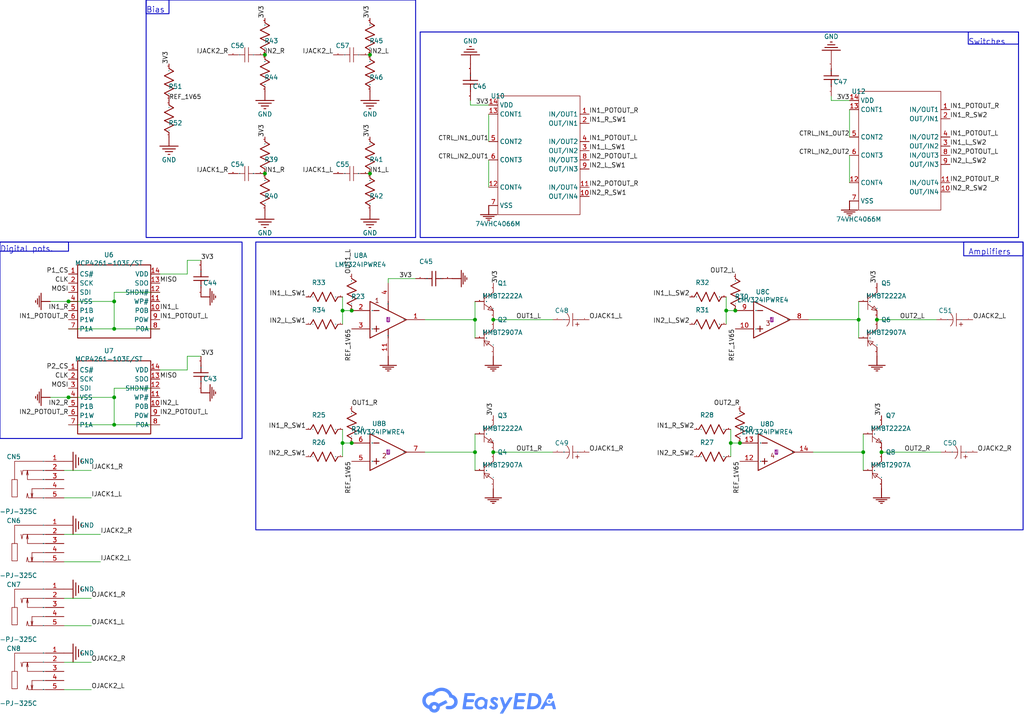
<source format=kicad_sch>
(kicad_sch (version 20250114) (generator "eeschema") (generator_version "9.0")
  (paper "User" 284.734 198.552)
  (rectangle (start 0 67.31) (end 19.05 69.85) (stroke (width 0.254)))
  (rectangle (start 40.64 0) (end 46.99 3.81) (stroke (width 0.254)))
  (rectangle (start 269.24 8.89) (end 283.21 12.2682) (stroke (width 0.254)))
  (rectangle (start 116.84 8.89) (end 283.21 66.04) (stroke (width 0.254)))
  (rectangle (start 267.97 67.31) (end 284.48 71.12) (stroke (width 0.254)))
  (rectangle (start 40.64 0) (end 115.57 66.04) (stroke (width 0.254)))
  (rectangle (start 0 67.31) (end 67.31 121.92) (stroke (width 0.254)))
  (rectangle (start 71.12 67.31) (end 284.48 147.32) (stroke (width 0.254)))
  (text "Amplifiers" (at 269.24 71.12 0) (effects (font (size 1.5748 1.5748)) (justify left bottom)))
  (text "Bias" (at 40.64 3.81 0) (effects (font (size 1.5748 1.5748)) (justify left bottom)))
  (text "Switches" (at 269.24 12.7 0) (effects (font (size 1.5748 1.5748)) (justify left bottom)))
  (text "Digital pots." (at 0 70.3072 0) (effects (font (size 1.5748 1.5748)) (justify left bottom)))
  (junction (at 204.47 86.36))
  (junction (at 73.66 15.24))
  (junction (at 102.87 48.26))
  (junction (at 201.93 86.36))
  (junction (at 203.2 123.19))
  (junction (at 31.75 118.11))
  (junction (at 137.16 88.9))
  (junction (at 97.79 123.19))
  (junction (at 137.16 125.73))
  (junction (at 19.05 83.82))
  (junction (at 31.75 91.44))
  (junction (at 205.74 123.19))
  (junction (at 95.25 86.36))
  (junction (at 132.08 88.9))
  (junction (at 97.79 86.36))
  (junction (at 243.84 88.9))
  (junction (at 102.87 15.24))
  (junction (at 132.08 125.73))
  (junction (at 19.05 110.49))
  (junction (at 73.66 48.26))
  (junction (at 238.76 88.9))
  (junction (at 245.11 125.73))
  (junction (at 240.03 125.73))
  (junction (at 95.25 123.19))
  (junction (at 31.75 110.49))
  (junction (at 31.75 83.82))
  (wire (pts (xy 238.76 93.98) (xy 238.76 88.9)))
  (wire (pts (xy 240.03 125.73) (xy 226.06 125.73)))
  (wire (pts (xy 17.78 148.59) (xy 27.94 148.59)))
  (wire (pts (xy 203.2 119.38) (xy 203.2 123.19)))
  (wire (pts (xy 204.47 86.36) (xy 201.93 86.36)))
  (wire (pts (xy 13.97 83.82) (xy 19.05 83.82)))
  (wire (pts (xy 13.97 110.49) (xy 19.05 110.49)))
  (wire (pts (xy 31.75 83.82) (xy 31.75 91.44)))
  (wire (pts (xy 19.05 83.82) (xy 31.75 83.82)))
  (wire (pts (xy 115.57 77.47) (xy 107.95 77.47)))
  (wire (pts (xy 130.81 27.94) (xy 130.81 29.21)))
  (wire (pts (xy 19.05 91.44) (xy 31.75 91.44)))
  (wire (pts (xy 132.08 125.73) (xy 118.11 125.73)))
  (wire (pts (xy 17.78 191.77) (xy 25.4 191.77)))
  (wire (pts (xy 17.78 173.99) (xy 25.4 173.99)))
  (wire (pts (xy 95.25 123.19) (xy 97.79 123.19)))
  (wire (pts (xy 44.45 118.11) (xy 31.75 118.11)))
  (wire (pts (xy 52.07 72.39) (xy 55.88 72.39)))
  (wire (pts (xy 107.95 77.47) (xy 107.95 78.74)))
  (wire (pts (xy 52.07 76.2) (xy 52.07 72.39)))
  (wire (pts (xy 44.45 76.2) (xy 52.07 76.2)))
  (wire (pts (xy 201.93 82.55) (xy 201.93 86.36)))
  (wire (pts (xy 240.03 120.65) (xy 240.03 125.73)))
  (wire (pts (xy 205.74 123.19) (xy 203.2 123.19)))
  (wire (pts (xy 132.08 93.98) (xy 132.08 88.9)))
  (wire (pts (xy 31.75 110.49) (xy 31.75 107.95)))
  (wire (pts (xy 132.08 120.65) (xy 132.08 125.73)))
  (wire (pts (xy 31.75 110.49) (xy 31.75 118.11)))
  (wire (pts (xy 137.16 125.73) (xy 153.67 125.73)))
  (wire (pts (xy 236.22 27.94) (xy 231.14 27.94)))
  (wire (pts (xy 52.07 102.87) (xy 52.07 99.06)))
  (wire (pts (xy 118.11 88.9) (xy 132.08 88.9)))
  (wire (pts (xy 17.78 184.15) (xy 25.4 184.15)))
  (wire (pts (xy 132.08 83.82) (xy 132.08 88.9)))
  (wire (pts (xy 135.89 31.75) (xy 135.89 39.37)))
  (wire (pts (xy 95.25 123.19) (xy 95.25 119.38)))
  (wire (pts (xy 260.35 88.9) (xy 243.84 88.9)))
  (wire (pts (xy 135.89 44.45) (xy 135.89 52.07)))
  (wire (pts (xy 31.75 83.82) (xy 31.75 81.28)))
  (wire (pts (xy 95.25 82.55) (xy 95.25 86.36)))
  (wire (pts (xy 95.25 86.36) (xy 95.25 90.17)))
  (wire (pts (xy 95.25 127) (xy 95.25 123.19)))
  (wire (pts (xy 97.79 86.36) (xy 95.25 86.36)))
  (wire (pts (xy 130.81 29.21) (xy 135.89 29.21)))
  (wire (pts (xy 203.2 123.19) (xy 203.2 127)))
  (wire (pts (xy 132.08 130.81) (xy 132.08 125.73)))
  (wire (pts (xy 137.16 88.9) (xy 153.67 88.9)))
  (wire (pts (xy 31.75 107.95) (xy 44.45 107.95)))
  (wire (pts (xy 31.75 91.44) (xy 44.45 91.44)))
  (wire (pts (xy 17.78 156.21) (xy 27.94 156.21)))
  (wire (pts (xy 236.22 38.1) (xy 236.22 30.48)))
  (wire (pts (xy 231.14 27.94) (xy 231.14 26.67)))
  (wire (pts (xy 31.75 118.11) (xy 19.05 118.11)))
  (wire (pts (xy 238.76 88.9) (xy 224.79 88.9)))
  (wire (pts (xy 17.78 130.81) (xy 25.4 130.81)))
  (wire (pts (xy 31.75 81.28) (xy 44.45 81.28)))
  (wire (pts (xy 17.78 166.37) (xy 25.4 166.37)))
  (wire (pts (xy 201.93 86.36) (xy 201.93 90.17)))
  (wire (pts (xy 19.05 110.49) (xy 31.75 110.49)))
  (wire (pts (xy 236.22 50.8) (xy 236.22 43.18)))
  (wire (pts (xy 240.03 130.81) (xy 240.03 125.73)))
  (wire (pts (xy 17.78 138.43) (xy 25.4 138.43)))
  (wire (pts (xy 238.76 83.82) (xy 238.76 88.9)))
  (wire (pts (xy 44.45 102.87) (xy 52.07 102.87)))
  (wire (pts (xy 52.07 99.06) (xy 55.88 99.06)))
  (wire (pts (xy 261.62 125.73) (xy 245.11 125.73)))
  (label "OJACK2_R" (at 25.4 184.15 0))
  (label "IN2_L_SW2" (at 191.77 90.17 180))
  (label "IN1_L" (at 102.87 48.26 0))
  (label "IN1_L_SW1" (at 163.83 41.91 0))
  (label "OJACK2_R" (at 271.78 125.73 0))
  (label "IJACK1_R" (at 63.5 48.26 180))
  (label "CTRL_IN1_OUT1" (at 135.89 39.37 180) (effects (font (size 1.2192 1.2192))))
  (label "3V3" (at 73.66 38.1 90) (effects (font (size 1.2192 1.2192))))
  (label "P1_CS" (at 19.05 76.2 180))
  (label "IN2_POTOUT_L" (at 44.45 115.57 0))
  (label "OUT2_R" (at 251.46 125.73 0))
  (label "IN2_R_SW2" (at 193.04 127 180))
  (label "IN1_R_SW1" (at 163.83 34.29 0))
  (label "3V3" (at 236.22 27.94 180) (effects (font (size 1.2192 1.2192))))
  (label "OUT2_L" (at 250.19 88.9 0))
  (label "MOSI" (at 19.05 107.95 180))
  (label "3V3" (at 137.16 115.57 90) (effects (font (size 1.2192 1.2192))))
  (label "IJACK1_R" (at 25.4 130.81 0))
  (label "MISO" (at 44.45 105.41 0))
  (label "IN2_POTOUT_L" (at 163.83 44.45 0))
  (label "OUT1_L" (at 97.79 76.2 90))
  (label "3V3" (at 102.87 5.08 90) (effects (font (size 1.2192 1.2192))))
  (label "IJACK2_L" (at 92.71 15.24 180))
  (label "OJACK2_L" (at 25.4 191.77 0))
  (label "IJACK2_R" (at 63.5 15.24 180))
  (label "IN1_R" (at 19.05 86.36 180))
  (label "3V3" (at 55.88 99.06 0) (effects (font (size 1.2192 1.2192))))
  (label "IN2_R_SW1" (at 163.83 54.61 0))
  (label "REF_1V65" (at 97.79 91.44 270) (effects (font (size 1.2192 1.2192))))
  (label "OJACK2_L" (at 270.51 88.9 0))
  (label "IN1_POTOUT_R" (at 19.05 88.9 180))
  (label "CLK" (at 19.05 78.74 180))
  (label "IN2_R_SW1" (at 85.09 127 180))
  (label "3V3" (at 55.88 72.39 0) (effects (font (size 1.2192 1.2192))))
  (label "MOSI" (at 19.05 81.28 180))
  (label "IN2_POTOUT_L" (at 264.16 43.18 0))
  (label "IN1_L" (at 44.45 86.36 0))
  (label "3V3" (at 137.16 78.74 90) (effects (font (size 1.2192 1.2192))))
  (label "CTRL_IN1_OUT2" (at 236.22 38.1 180) (effects (font (size 1.2192 1.2192))))
  (label "IN2_R" (at 73.66 15.24 0))
  (label "IN2_POTOUT_R" (at 19.05 115.57 180))
  (label "IN1_R_SW2" (at 193.04 119.38 180))
  (label "IN1_POTOUT_L" (at 44.45 88.9 0))
  (label "IN2_L" (at 44.45 113.03 0))
  (label "IN1_R_SW1" (at 85.09 119.38 180))
  (label "OUT1_R" (at 143.51 125.73 0))
  (label "IN1_R_SW2" (at 264.16 33.02 0))
  (label "OJACK1_L" (at 163.83 88.9 0))
  (label "IN2_L" (at 102.87 15.24 0))
  (label "3V3" (at 102.87 38.1 90) (effects (font (size 1.2192 1.2192))))
  (label "REF_1V65" (at 204.47 91.44 270) (effects (font (size 1.2192 1.2192))))
  (label "IN2_R_SW2" (at 264.16 53.34 0))
  (label "OUT2_L" (at 204.47 76.2 180))
  (label "P2_CS" (at 19.05 102.87 180))
  (label "IN2_L_SW1" (at 85.09 90.17 180))
  (label "REF_1V65" (at 97.79 128.27 270) (effects (font (size 1.2192 1.2192))))
  (label "OUT2_R" (at 205.74 113.03 180))
  (label "CLK" (at 19.05 105.41 180))
  (label "OJACK1_L" (at 25.4 173.99 0))
  (label "MISO" (at 44.45 78.74 0))
  (label "IN2_POTOUT_R" (at 264.16 50.8 0))
  (label "CTRL_IN2_OUT1" (at 135.89 44.45 180) (effects (font (size 1.2192 1.2192))))
  (label "IN1_R" (at 73.66 48.26 0))
  (label "3V3" (at 73.66 5.08 90) (effects (font (size 1.2192 1.2192))))
  (label "IN2_L_SW1" (at 163.83 46.99 0))
  (label "IN1_POTOUT_R" (at 264.16 30.48 0))
  (label "IJACK1_L" (at 92.71 48.26 180))
  (label "OUT1_R" (at 97.79 113.03 0))
  (label "OJACK1_R" (at 163.83 125.73 0))
  (label "IN1_POTOUT_L" (at 264.16 38.1 0))
  (label "IJACK2_R" (at 27.94 148.59 0))
  (label "3V3" (at 46.99 17.78 90) (effects (font (size 1.2192 1.2192))))
  (label "IN1_L_SW2" (at 264.16 40.64 0))
  (label "REF_1V65" (at 205.74 128.27 270) (effects (font (size 1.2192 1.2192))))
  (label "OJACK1_R" (at 25.4 166.37 0))
  (label "3V3" (at 245.11 115.57 90) (effects (font (size 1.2192 1.2192))))
  (label "3V3" (at 110.998 77.47 0) (effects (font (size 1.2192 1.2192))))
  (label "IN1_L_SW2" (at 191.77 82.55 180))
  (label "CTRL_IN2_OUT2" (at 236.22 43.18 180) (effects (font (size 1.2192 1.2192))))
  (label "3V3" (at 243.84 78.74 90) (effects (font (size 1.2192 1.2192))))
  (label "IN1_POTOUT_L" (at 163.83 39.37 0))
  (label "IJACK2_L" (at 27.94 156.21 0))
  (label "IN1_POTOUT_R" (at 163.83 31.75 0))
  (label "OUT1_L" (at 143.51 88.9 0))
  (label "REF_1V65" (at 46.99 27.94 0) (effects (font (size 1.2192 1.2192))))
  (label "IN1_L_SW1" (at 85.09 82.55 180))
  (label "IN2_L_SW2" (at 264.16 45.72 0))
  (label "IN2_POTOUT_R" (at 163.83 52.07 0))
  (label "3V3" (at 135.89 29.21 180) (effects (font (size 1.2192 1.2192))))
  (label "IN2_R" (at 19.05 113.03 180))
  (label "IJACK1_L" (at 25.4 138.43 0))
  (symbol (lib_id "EasyEDA-Pr-easyedapro:1k") (at 196.85 82.55 0) (unit 1)
    (property "Reference" "R32" (at 195.326 78.5876 0))
    (property "Value" "1kΩ" (effects (hide yes)))
    (property "Footprint" "EasyEDA-Pr-easyedapro:R0603" (effects (hide yes)))
    (property "Datasheet" "https://item.szlcsc.com/datasheet/0603WAF1001T5E/21904.html" (effects (hide yes)))
    (property "Description" "Type:Thick Film Resistor Resistance:1kΩ Tolerance:±1% Tolerance:±1% Power(Watts):100mW Voltage-Supply(Max):75V Temperature Coefficient:±100ppm/℃ Temperature Coefficient:±100ppm/℃ Operating Temperature:-55℃~+155℃ Operating Temperature:-55℃~+155℃" (effects (hide yes)))
    (property "Manufacturer Part" "0603WAF1001T5E" (effects (hide yes)))
    (property "Manufacturer" "UNI-ROYAL(厚声)" (effects (hide yes)))
    (property "Supplier Part" "C21190" (effects (hide yes)))
    (property "Supplier" "LCSC" (effects (hide yes)))
    (property "LCSC Part Name" "1kΩ ±1% 100mW 厚膜电阻" (effects (hide yes)))
  )
  (symbol (lib_id "EasyEDA-Pr-easyedapro:1k") (at 73.66 53.34 90) (unit 1)
    (property "Reference" "R40" (at 75.438 54.5338 90))
    (property "Value" "10kΩ" (effects (hide yes)))
    (property "Footprint" "EasyEDA-Pr-easyedapro:R0603" (effects (hide yes)))
    (property "Datasheet" "https://atta.szlcsc.com/upload/public/pdf/source/20220513/247AF9639BA21CF93567DC289CCC6A22.pdf" (effects (hide yes)))
    (property "Description" "Type:Thick Film Resistors Resistance: Tolerance:±5% Tolerance:±5% Power(Watts): Overload Voltage (Max): Operating Temperature Range:-55℃~+155℃ Operating Temperature Range:-55℃~+155℃" (effects (hide yes)))
    (property "Manufacturer Part" "SCR0603J10K" (effects (hide yes)))
    (property "Manufacturer" "VO(翔胜)" (effects (hide yes)))
    (property "Supplier Part" "C3017715" (effects (hide yes)))
    (property "Supplier" "LCSC" (effects (hide yes)))
    (property "LCSC Part Name" "厚膜电阻 10kΩ ±5% 100mW" (effects (hide yes)))
  )
  (symbol (lib_id "EasyEDA-Pr-easyedapro:1k") (at 90.17 82.55 0) (unit 1)
    (property "Reference" "R33" (at 88.646 78.5876 0))
    (property "Value" "1kΩ" (effects (hide yes)))
    (property "Footprint" "EasyEDA-Pr-easyedapro:R0603" (effects (hide yes)))
    (property "Datasheet" "https://item.szlcsc.com/datasheet/0603WAF1001T5E/21904.html" (effects (hide yes)))
    (property "Description" "Type:Thick Film Resistor Resistance:1kΩ Tolerance:±1% Tolerance:±1% Power(Watts):100mW Voltage-Supply(Max):75V Temperature Coefficient:±100ppm/℃ Temperature Coefficient:±100ppm/℃ Operating Temperature:-55℃~+155℃ Operating Temperature:-55℃~+155℃" (effects (hide yes)))
    (property "Manufacturer Part" "0603WAF1001T5E" (effects (hide yes)))
    (property "Manufacturer" "UNI-ROYAL(厚声)" (effects (hide yes)))
    (property "Supplier Part" "C21190" (effects (hide yes)))
    (property "Supplier" "LCSC" (effects (hide yes)))
    (property "LCSC Part Name" "1kΩ ±1% 100mW 厚膜电阻" (effects (hide yes)))
  )
  (symbol (lib_id "EasyEDA-Pr-easyedapro:GND") (at 55.88 82.55 90) (unit 1)
    (property "Reference" "#PWR?" (effects (hide yes)))
    (property "Footprint" "EasyEDA-Pr-easyedapro:1-POINT_TEST-POINT" (effects (hide yes)))
  )
  (symbol (lib_id "EasyEDA-Pr-easyedapro:CAP") (at 97.79 48.26 0) (unit 1)
    (property "Reference" "C55" (at 95.25 45.72 0))
    (property "Value" "10uF" (effects (hide yes)))
    (property "Footprint" "EasyEDA-Pr-easyedapro:C0603" (effects (hide yes)))
    (property "Datasheet" "https://item.szlcsc.com/datasheet/C0603B106M007T/8060709.html" (effects (hide yes)))
    (property "Description" "Capacitance:10uF Tolerance:±20% Tolerance:±20% Voltage Rating:6.3V Temperature Coefficient:X5R" (effects (hide yes)))
    (property "Manufacturer Part" "C0603B106M007T" (effects (hide yes)))
    (property "Manufacturer" "IHHEC(禾伸堂)" (effects (hide yes)))
    (property "Supplier Part" "C7094065" (effects (hide yes)))
    (property "Supplier" "LCSC" (effects (hide yes)))
    (property "LCSC Part Name" "10uF ±20% 6.3V" (effects (hide yes)))
  )
  (symbol (lib_id "EasyEDA-Pr-easyedapro:Ground-GND") (at 231.14 16.51 180) (unit 1)
    (property "Reference" "#PWR?" (effects (hide yes)))
    (property "Value" "GND" (at 231.14 10.16 0))
    (property "Footprint" "EasyEDA-Pr-easyedapro:" (effects (hide yes)))
  )
  (symbol (lib_id "EasyEDA-Pr-easyedapro:1k") (at 198.12 127 0) (unit 1)
    (property "Reference" "R27" (at 196.596 123.0376 0))
    (property "Value" "1kΩ" (effects (hide yes)))
    (property "Footprint" "EasyEDA-Pr-easyedapro:R0603" (effects (hide yes)))
    (property "Datasheet" "https://item.szlcsc.com/datasheet/0603WAF1001T5E/21904.html" (effects (hide yes)))
    (property "Description" "Type:Thick Film Resistor Resistance:1kΩ Tolerance:±1% Tolerance:±1% Power(Watts):100mW Voltage-Supply(Max):75V Temperature Coefficient:±100ppm/℃ Temperature Coefficient:±100ppm/℃ Operating Temperature:-55℃~+155℃ Operating Temperature:-55℃~+155℃" (effects (hide yes)))
    (property "Manufacturer Part" "0603WAF1001T5E" (effects (hide yes)))
    (property "Manufacturer" "UNI-ROYAL(厚声)" (effects (hide yes)))
    (property "Supplier Part" "C21190" (effects (hide yes)))
    (property "Supplier" "LCSC" (effects (hide yes)))
    (property "LCSC Part Name" "1kΩ ±1% 100mW 厚膜电阻" (effects (hide yes)))
  )
  (symbol (lib_id "EasyEDA-Pr-easyedapro:Ground-GND") (at 102.87 58.42 0) (unit 1)
    (property "Reference" "#PWR?" (effects (hide yes)))
    (property "Value" "GND" (at 102.87 64.77 0))
    (property "Footprint" "EasyEDA-Pr-easyedapro:" (effects (hide yes)))
  )
  (symbol (lib_id "EasyEDA-Pr-easyedapro:Drawing-Symbol_A4") (at -7.62 201.93 0) (unit 1)
    (property "Reference" "?" (at -7.62 201.93 0))
    (property "Footprint" "EasyEDA-Pr-easyedapro:" (effects (hide yes)))
    (property "@Board Name" "Board1" (at -7.62 201.93 0))
    (property "@Create Date" "2025-12-26" (at -7.62 201.93 0))
    (property "@Create Time" "18:24:20" (at -7.62 201.93 0))
    (property "@Page Count" "3" (at -7.62 201.93 0))
    (property "@Page Name" "Audio" (at -7.62 201.93 0))
    (property "@Page No" "3" (at -7.62 201.93 0))
    (property "@Project Name" "FurModularity 2" (at -7.62 201.93 0))
    (property "@Schematic Name" "Schematic1" (at -7.62 201.93 0))
    (property "@Update Date" "2025-12-27" (at -7.62 201.93 0))
    (property "@Update Time" "12:14:48" (at -7.62 201.93 0))
    (property "Blade Width" "10" (at -7.62 201.93 0))
    (property "Border" "1" (at -7.62 201.93 0))
    (property "Company" "EasyEDA.com" (at -7.62 201.93 0))
    (property "Height" "825" (at -7.62 201.93 0))
    (property "Page Size" "A4" (at -7.62 201.93 0))
    (property "Region Start" "1" (at -7.62 201.93 0))
    (property "Title Block" "1" (at -7.62 201.93 0))
    (property "Title Block Position" "3" (at -7.62 201.93 0))
    (property "Version" "V1.0" (at -7.62 201.93 0))
    (property "Width" "1170" (at -7.62 201.93 0))
    (property "X Region Count" "6" (at -7.62 201.93 0))
    (property "Y Region Count" "4" (at -7.62 201.93 0))
  )
  (symbol (lib_id "EasyEDA-Pr-easyedapro:LMV324IPWRE4") (at 107.95 125.73 0) (unit 2)
    (property "Reference" "U8" (at 105.4354 117.8052 0))
    (property "Value" "LMV324IPWRE4" (at 105.4354 120.1166 0))
    (property "Footprint" "EasyEDA-Pr-easyedapro:TSSOP-14_L5.0-W4.4-P0.65-LS6.4-BL" (effects (hide yes)))
    (property "Manufacturer Part" "LMV324IPWRE4" (effects (hide yes)))
    (property "Manufacturer" "TI(德州仪器)" (effects (hide yes)))
    (property "Supplier Part" "C4366614" (effects (hide yes)))
    (property "Supplier" "LCSC" (effects (hide yes)))
    (property "Origin Footprint" "TSSOP-14_L5.0-W4.4-P0.65-LS6.4-BL" (at 63.5 288.798 0))
    (property "spicePre" "U" (at 107.95 125.73 0))
    (property "spiceSymbolName" "LMV324IPWRE4" (at 62.992 272.796 0))
    (property "subpart_no" "1" (at 107.95 125.73 0))
  )
  (symbol (lib_id "EasyEDA-Pr-easyedapro:MMBT2222A_C42441802") (at 243.84 83.82 0) (unit 1)
    (property "Reference" "Q5" (at 246.38 78.74 0))
    (property "Value" "MMBT2222A" (at 246.38 82.296 0))
    (property "Footprint" "EasyEDA-Pr-easyedapro:SOT-23-3_L2.9-W1.6-P1.90-LS2.8-BR" (effects (hide yes)))
    (property "Datasheet" "https://item.szlcsc.com/datasheet/MMBT2222A/44491127.html" (effects (hide yes)))
    (property "Description" "type:NPN Current - Collector(Ic):600mA Collector - Emitter Voltage VCEO:40V Pd - Power Dissipation:250mW DC Current Gain:300@150mA,10V DC Current Gain:300@150mA,10V Transition frequency(fT):150MHz Current - Collector Cutoff:10nA Vce Saturation(VCE(sat)):1" (effects (hide yes)))
    (property "Manufacturer Part" "MMBT2222A" (effects (hide yes)))
    (property "Manufacturer" "TDSEMIC(拓电半导体)" (effects (hide yes)))
    (property "Supplier Part" "C42441802" (effects (hide yes)))
    (property "Supplier" "LCSC" (effects (hide yes)))
    (property "LCSC Part Name" "NPN 电流:0.6A 电压:40V" (effects (hide yes)))
  )
  (symbol (lib_id "EasyEDA-Pr-easyedapro:KH-PJ-325C") (at 11.43 186.69 0) (unit 1)
    (property "Reference" "CN8" (at 3.81 180.34 0))
    (property "Value" "KH-PJ-325C" (at 3.81 195.58 0))
    (property "Footprint" "EasyEDA-Pr-easyedapro:AUDIO-TH_KH-PJ-325C" (effects (hide yes)))
    (property "Datasheet" "https://item.szlcsc.com/datasheet/KH-PJ-325C/5715552.html" (effects (hide yes)))
    (property "Description" "Connector Type:3.5mm Headphone Jack Contact Material:Brass；Bronze Contact Plating:Gold；Tin" (effects (hide yes)))
    (property "Manufacturer Part" "KH-PJ-325C" (effects (hide yes)))
    (property "Manufacturer" "kinghelm(金航标)" (effects (hide yes)))
    (property "Supplier Part" "C5123138" (effects (hide yes)))
    (property "Supplier" "LCSC" (effects (hide yes)))
    (property "LCSC Part Name" "3.5mm耳机座" (effects (hide yes)))
  )
  (symbol (lib_id "EasyEDA-Pr-easyedapro:0.1u") (at 55.88 104.14 90) (unit 1)
    (property "Reference" "C43" (at 58.42 105.3338 90))
    (property "Value" "100nF" (effects (hide yes)))
    (property "Footprint" "EasyEDA-Pr-easyedapro:C0603" (effects (hide yes)))
    (property "Datasheet" "https://item.szlcsc.com/datasheet/CC0603KRX7R9BB104/15331.html" (effects (hide yes)))
    (property "Description" "Capacitance:100nF Tolerance:±10% Tolerance:±10% Voltage Rating:50V Temperature Coefficient:X7R" (effects (hide yes)))
    (property "Manufacturer Part" "CC0603KRX7R9BB104" (effects (hide yes)))
    (property "Manufacturer" "YAGEO(国巨)" (effects (hide yes)))
    (property "Supplier Part" "C14663" (effects (hide yes)))
    (property "Supplier" "LCSC" (effects (hide yes)))
    (property "LCSC Part Name" "100nF ±10% 50V" (effects (hide yes)))
  )
  (symbol (lib_id "EasyEDA-Pr-easyedapro:GND") (at 107.95 99.06 0) (unit 1)
    (property "Reference" "#PWR?" (effects (hide yes)))
    (property "Footprint" "EasyEDA-Pr-easyedapro:1-POINT_TEST-POINT" (effects (hide yes)))
  )
  (symbol (lib_id "EasyEDA-Pr-easyedapro:MMBT2222A_C42441802") (at 137.16 120.65 0) (unit 1)
    (property "Reference" "Q3" (at 139.7 115.57 0))
    (property "Value" "MMBT2222A" (at 139.7 119.126 0))
    (property "Footprint" "EasyEDA-Pr-easyedapro:SOT-23-3_L2.9-W1.6-P1.90-LS2.8-BR" (effects (hide yes)))
    (property "Datasheet" "https://item.szlcsc.com/datasheet/MMBT2222A/44491127.html" (effects (hide yes)))
    (property "Description" "type:NPN Current - Collector(Ic):600mA Collector - Emitter Voltage VCEO:40V Pd - Power Dissipation:250mW DC Current Gain:300@150mA,10V DC Current Gain:300@150mA,10V Transition frequency(fT):150MHz Current - Collector Cutoff:10nA Vce Saturation(VCE(sat)):1" (effects (hide yes)))
    (property "Manufacturer Part" "MMBT2222A" (effects (hide yes)))
    (property "Manufacturer" "TDSEMIC(拓电半导体)" (effects (hide yes)))
    (property "Supplier Part" "C42441802" (effects (hide yes)))
    (property "Supplier" "LCSC" (effects (hide yes)))
    (property "LCSC Part Name" "NPN 电流:0.6A 电压:40V" (effects (hide yes)))
  )
  (symbol (lib_id "EasyEDA-Pr-easyedapro:GND") (at 243.84 99.06 0) (unit 1)
    (property "Reference" "#PWR?" (effects (hide yes)))
    (property "Footprint" "EasyEDA-Pr-easyedapro:1-POINT_TEST-POINT" (effects (hide yes)))
  )
  (symbol (lib_id "EasyEDA-Pr-easyedapro:1k") (at 102.87 43.18 90) (unit 1)
    (property "Reference" "R41" (at 104.648 44.3738 90))
    (property "Value" "10kΩ" (effects (hide yes)))
    (property "Footprint" "EasyEDA-Pr-easyedapro:R0603" (effects (hide yes)))
    (property "Datasheet" "https://atta.szlcsc.com/upload/public/pdf/source/20220513/247AF9639BA21CF93567DC289CCC6A22.pdf" (effects (hide yes)))
    (property "Description" "Type:Thick Film Resistors Resistance: Tolerance:±5% Tolerance:±5% Power(Watts): Overload Voltage (Max): Operating Temperature Range:-55℃~+155℃ Operating Temperature Range:-55℃~+155℃" (effects (hide yes)))
    (property "Manufacturer Part" "SCR0603J10K" (effects (hide yes)))
    (property "Manufacturer" "VO(翔胜)" (effects (hide yes)))
    (property "Supplier Part" "C3017715" (effects (hide yes)))
    (property "Supplier" "LCSC" (effects (hide yes)))
    (property "LCSC Part Name" "厚膜电阻 10kΩ ±5% 100mW" (effects (hide yes)))
  )
  (symbol (lib_id "EasyEDA-Pr-easyedapro:CA45-D-6.3V-470UF-K") (at 158.75 88.9 180) (unit 1)
    (property "Reference" "C48" (at 156.21 86.36 0))
    (property "Value" "470uF" (effects (hide yes)))
    (property "Footprint" "EasyEDA-Pr-easyedapro:CAP-SMD_L7.3-W4.3-FD" (effects (hide yes)))
    (property "Datasheet" "https://item.szlcsc.com/datasheet/CA45-D-6.3V-470UF-K/3022817.html" (effects (hide yes)))
    (property "Description" "Capacitance:470uF Tolerance:±10% Tolerance:±10% Voltage Rating:6.3V Current - Leakage:29.6uA Operating Temperature:-55℃~+125℃ Operating Temperature:-55℃~+125℃" (effects (hide yes)))
    (property "Manufacturer Part" "CA45-D-6.3V-470UF-K" (effects (hide yes)))
    (property "Manufacturer" "CEC(振华新云)" (effects (hide yes)))
    (property "Supplier Part" "C2841148" (effects (hide yes)))
    (property "Supplier" "LCSC" (effects (hide yes)))
    (property "LCSC Part Name" "470uF ±10% 6.3V" (effects (hide yes)))
  )
  (symbol (lib_id "EasyEDA-Pr-easyedapro:Ground-GND") (at 73.66 58.42 0) (unit 1)
    (property "Reference" "#PWR?" (effects (hide yes)))
    (property "Value" "GND" (at 73.66 64.77 0))
    (property "Footprint" "EasyEDA-Pr-easyedapro:" (effects (hide yes)))
  )
  (symbol (lib_id "EasyEDA-Pr-easyedapro:1k") (at 46.99 33.02 90) (unit 1)
    (property "Reference" "R52" (at 48.768 34.2138 90))
    (property "Value" "1kΩ" (effects (hide yes)))
    (property "Footprint" "EasyEDA-Pr-easyedapro:R0603" (effects (hide yes)))
    (property "Datasheet" "https://item.szlcsc.com/datasheet/0603WAF1001T5E/21904.html" (effects (hide yes)))
    (property "Description" "Type:Thick Film Resistor Resistance:1kΩ Tolerance:±1% Tolerance:±1% Power(Watts):100mW Voltage-Supply(Max):75V Temperature Coefficient:±100ppm/℃ Temperature Coefficient:±100ppm/℃ Operating Temperature:-55℃~+155℃ Operating Temperature:-55℃~+155℃" (effects (hide yes)))
    (property "Manufacturer Part" "0603WAF1001T5E" (effects (hide yes)))
    (property "Manufacturer" "UNI-ROYAL(厚声)" (effects (hide yes)))
    (property "Supplier Part" "C21190" (effects (hide yes)))
    (property "Supplier" "LCSC" (effects (hide yes)))
    (property "LCSC Part Name" "1kΩ ±1% 100mW 厚膜电阻" (effects (hide yes)))
  )
  (symbol (lib_id "EasyEDA-Pr-easyedapro:Ground-GND") (at 102.87 25.4 0) (unit 1)
    (property "Reference" "#PWR?" (effects (hide yes)))
    (property "Value" "GND" (at 102.87 31.75 0))
    (property "Footprint" "EasyEDA-Pr-easyedapro:" (effects (hide yes)))
  )
  (symbol (lib_id "EasyEDA-Pr-easyedapro:Ground-GND") (at 73.66 25.4 0) (unit 1)
    (property "Reference" "#PWR?" (effects (hide yes)))
    (property "Value" "GND" (at 73.66 31.75 0))
    (property "Footprint" "EasyEDA-Pr-easyedapro:" (effects (hide yes)))
  )
  (symbol (lib_id "EasyEDA-Pr-easyedapro:MMBT2222A_C42441802") (at 137.16 83.82 0) (unit 1)
    (property "Reference" "Q1" (at 139.7 78.74 0))
    (property "Value" "MMBT2222A" (at 139.7 82.296 0))
    (property "Footprint" "EasyEDA-Pr-easyedapro:SOT-23-3_L2.9-W1.6-P1.90-LS2.8-BR" (effects (hide yes)))
    (property "Datasheet" "https://item.szlcsc.com/datasheet/MMBT2222A/44491127.html" (effects (hide yes)))
    (property "Description" "type:NPN Current - Collector(Ic):600mA Collector - Emitter Voltage VCEO:40V Pd - Power Dissipation:250mW DC Current Gain:300@150mA,10V DC Current Gain:300@150mA,10V Transition frequency(fT):150MHz Current - Collector Cutoff:10nA Vce Saturation(VCE(sat)):1" (effects (hide yes)))
    (property "Manufacturer Part" "MMBT2222A" (effects (hide yes)))
    (property "Manufacturer" "TDSEMIC(拓电半导体)" (effects (hide yes)))
    (property "Supplier Part" "C42441802" (effects (hide yes)))
    (property "Supplier" "LCSC" (effects (hide yes)))
    (property "LCSC Part Name" "NPN 电流:0.6A 电压:40V" (effects (hide yes)))
  )
  (symbol (lib_id "EasyEDA-Pr-easyedapro:CA45-D-6.3V-470UF-K") (at 266.7 125.73 180) (unit 1)
    (property "Reference" "C50" (at 264.16 123.19 0))
    (property "Value" "470uF" (effects (hide yes)))
    (property "Footprint" "EasyEDA-Pr-easyedapro:CAP-SMD_L7.3-W4.3-FD" (effects (hide yes)))
    (property "Datasheet" "https://item.szlcsc.com/datasheet/CA45-D-6.3V-470UF-K/3022817.html" (effects (hide yes)))
    (property "Description" "Capacitance:470uF Tolerance:±10% Tolerance:±10% Voltage Rating:6.3V Current - Leakage:29.6uA Operating Temperature:-55℃~+125℃ Operating Temperature:-55℃~+125℃" (effects (hide yes)))
    (property "Manufacturer Part" "CA45-D-6.3V-470UF-K" (effects (hide yes)))
    (property "Manufacturer" "CEC(振华新云)" (effects (hide yes)))
    (property "Supplier Part" "C2841148" (effects (hide yes)))
    (property "Supplier" "LCSC" (effects (hide yes)))
    (property "LCSC Part Name" "470uF ±10% 6.3V" (effects (hide yes)))
  )
  (symbol (lib_id "EasyEDA-Pr-easyedapro:10uF") (at 130.81 22.86 90) (unit 1)
    (property "Reference" "C46" (at 133.35 24.0284 90))
    (property "Value" "10uF" (effects (hide yes)))
    (property "Footprint" "EasyEDA-Pr-easyedapro:C0603" (effects (hide yes)))
    (property "Datasheet" "https://item.szlcsc.com/datasheet/C0603B106M007T/8060709.html" (effects (hide yes)))
    (property "Description" "Capacitance:10uF Tolerance:±20% Tolerance:±20% Voltage Rating:6.3V Temperature Coefficient:X5R" (effects (hide yes)))
    (property "Manufacturer Part" "C0603B106M007T" (effects (hide yes)))
    (property "Manufacturer" "IHHEC(禾伸堂)" (effects (hide yes)))
    (property "Supplier Part" "C7094065" (effects (hide yes)))
    (property "Supplier" "LCSC" (effects (hide yes)))
    (property "LCSC Part Name" "10uF ±20% 6.3V" (effects (hide yes)))
  )
  (symbol (lib_id "EasyEDA-Pr-easyedapro:1k") (at 204.47 81.28 90) (unit 1)
    (property "Reference" "R30" (at 206.248 82.4738 90))
    (property "Value" "1kΩ" (effects (hide yes)))
    (property "Footprint" "EasyEDA-Pr-easyedapro:R0603" (effects (hide yes)))
    (property "Datasheet" "https://item.szlcsc.com/datasheet/0603WAF1001T5E/21904.html" (effects (hide yes)))
    (property "Description" "Type:Thick Film Resistor Resistance:1kΩ Tolerance:±1% Tolerance:±1% Power(Watts):100mW Voltage-Supply(Max):75V Temperature Coefficient:±100ppm/℃ Temperature Coefficient:±100ppm/℃ Operating Temperature:-55℃~+155℃ Operating Temperature:-55℃~+155℃" (effects (hide yes)))
    (property "Manufacturer Part" "0603WAF1001T5E" (effects (hide yes)))
    (property "Manufacturer" "UNI-ROYAL(厚声)" (effects (hide yes)))
    (property "Supplier Part" "C21190" (effects (hide yes)))
    (property "Supplier" "LCSC" (effects (hide yes)))
    (property "LCSC Part Name" "1kΩ ±1% 100mW 厚膜电阻" (effects (hide yes)))
  )
  (symbol (lib_id "EasyEDA-Pr-easyedapro:CAP") (at 97.79 15.24 0) (unit 1)
    (property "Reference" "C57" (at 95.25 12.7 0))
    (property "Value" "10uF" (effects (hide yes)))
    (property "Footprint" "EasyEDA-Pr-easyedapro:C0603" (effects (hide yes)))
    (property "Datasheet" "https://item.szlcsc.com/datasheet/C0603B106M007T/8060709.html" (effects (hide yes)))
    (property "Description" "Capacitance:10uF Tolerance:±20% Tolerance:±20% Voltage Rating:6.3V Temperature Coefficient:X5R" (effects (hide yes)))
    (property "Manufacturer Part" "C0603B106M007T" (effects (hide yes)))
    (property "Manufacturer" "IHHEC(禾伸堂)" (effects (hide yes)))
    (property "Supplier Part" "C7094065" (effects (hide yes)))
    (property "Supplier" "LCSC" (effects (hide yes)))
    (property "LCSC Part Name" "10uF ±20% 6.3V" (effects (hide yes)))
  )
  (symbol (lib_id "EasyEDA-Pr-easyedapro:1k") (at 198.12 119.38 0) (unit 1)
    (property "Reference" "R28" (at 196.596 115.4176 0))
    (property "Value" "1kΩ" (effects (hide yes)))
    (property "Footprint" "EasyEDA-Pr-easyedapro:R0603" (effects (hide yes)))
    (property "Datasheet" "https://item.szlcsc.com/datasheet/0603WAF1001T5E/21904.html" (effects (hide yes)))
    (property "Description" "Type:Thick Film Resistor Resistance:1kΩ Tolerance:±1% Tolerance:±1% Power(Watts):100mW Voltage-Supply(Max):75V Temperature Coefficient:±100ppm/℃ Temperature Coefficient:±100ppm/℃ Operating Temperature:-55℃~+155℃ Operating Temperature:-55℃~+155℃" (effects (hide yes)))
    (property "Manufacturer Part" "0603WAF1001T5E" (effects (hide yes)))
    (property "Manufacturer" "UNI-ROYAL(厚声)" (effects (hide yes)))
    (property "Supplier Part" "C21190" (effects (hide yes)))
    (property "Supplier" "LCSC" (effects (hide yes)))
    (property "LCSC Part Name" "1kΩ ±1% 100mW 厚膜电阻" (effects (hide yes)))
  )
  (symbol (lib_id "EasyEDA-Pr-easyedapro:Ground-GND") (at 17.78 146.05 90) (unit 1)
    (property "Reference" "#PWR?" (effects (hide yes)))
    (property "Value" "GND" (at 24.13 146.05 90))
    (property "Footprint" "EasyEDA-Pr-easyedapro:" (effects (hide yes)))
  )
  (symbol (lib_id "EasyEDA-Pr-easyedapro:1k") (at 90.17 90.17 0) (unit 1)
    (property "Reference" "R34" (at 88.646 86.2076 0))
    (property "Value" "1kΩ" (effects (hide yes)))
    (property "Footprint" "EasyEDA-Pr-easyedapro:R0603" (effects (hide yes)))
    (property "Datasheet" "https://item.szlcsc.com/datasheet/0603WAF1001T5E/21904.html" (effects (hide yes)))
    (property "Description" "Type:Thick Film Resistor Resistance:1kΩ Tolerance:±1% Tolerance:±1% Power(Watts):100mW Voltage-Supply(Max):75V Temperature Coefficient:±100ppm/℃ Temperature Coefficient:±100ppm/℃ Operating Temperature:-55℃~+155℃ Operating Temperature:-55℃~+155℃" (effects (hide yes)))
    (property "Manufacturer Part" "0603WAF1001T5E" (effects (hide yes)))
    (property "Manufacturer" "UNI-ROYAL(厚声)" (effects (hide yes)))
    (property "Supplier Part" "C21190" (effects (hide yes)))
    (property "Supplier" "LCSC" (effects (hide yes)))
    (property "LCSC Part Name" "1kΩ ±1% 100mW 厚膜电阻" (effects (hide yes)))
  )
  (symbol (lib_id "EasyEDA-Pr-easyedapro:KH-PJ-325C") (at 11.43 168.91 0) (unit 1)
    (property "Reference" "CN7" (at 3.81 162.56 0))
    (property "Value" "KH-PJ-325C" (at 3.81 177.8 0))
    (property "Footprint" "EasyEDA-Pr-easyedapro:AUDIO-TH_KH-PJ-325C" (effects (hide yes)))
    (property "Datasheet" "https://item.szlcsc.com/datasheet/KH-PJ-325C/5715552.html" (effects (hide yes)))
    (property "Description" "Connector Type:3.5mm Headphone Jack Contact Material:Brass；Bronze Contact Plating:Gold；Tin" (effects (hide yes)))
    (property "Manufacturer Part" "KH-PJ-325C" (effects (hide yes)))
    (property "Manufacturer" "kinghelm(金航标)" (effects (hide yes)))
    (property "Supplier Part" "C5123138" (effects (hide yes)))
    (property "Supplier" "LCSC" (effects (hide yes)))
    (property "LCSC Part Name" "3.5mm耳机座" (effects (hide yes)))
  )
  (symbol (lib_id "EasyEDA-Pr-easyedapro:1k") (at 73.66 43.18 90) (unit 1)
    (property "Reference" "R39" (at 75.438 44.3738 90))
    (property "Value" "10kΩ" (effects (hide yes)))
    (property "Footprint" "EasyEDA-Pr-easyedapro:R0603" (effects (hide yes)))
    (property "Datasheet" "https://atta.szlcsc.com/upload/public/pdf/source/20220513/247AF9639BA21CF93567DC289CCC6A22.pdf" (effects (hide yes)))
    (property "Description" "Type:Thick Film Resistors Resistance: Tolerance:±5% Tolerance:±5% Power(Watts): Overload Voltage (Max): Operating Temperature Range:-55℃~+155℃ Operating Temperature Range:-55℃~+155℃" (effects (hide yes)))
    (property "Manufacturer Part" "SCR0603J10K" (effects (hide yes)))
    (property "Manufacturer" "VO(翔胜)" (effects (hide yes)))
    (property "Supplier Part" "C3017715" (effects (hide yes)))
    (property "Supplier" "LCSC" (effects (hide yes)))
    (property "LCSC Part Name" "厚膜电阻 10kΩ ±5% 100mW" (effects (hide yes)))
  )
  (symbol (lib_id "EasyEDA-Pr-easyedapro:CAP") (at 68.58 15.24 0) (unit 1)
    (property "Reference" "C56" (at 66.04 12.7 0))
    (property "Value" "10uF" (effects (hide yes)))
    (property "Footprint" "EasyEDA-Pr-easyedapro:C0603" (effects (hide yes)))
    (property "Datasheet" "https://item.szlcsc.com/datasheet/C0603B106M007T/8060709.html" (effects (hide yes)))
    (property "Description" "Capacitance:10uF Tolerance:±20% Tolerance:±20% Voltage Rating:6.3V Temperature Coefficient:X5R" (effects (hide yes)))
    (property "Manufacturer Part" "C0603B106M007T" (effects (hide yes)))
    (property "Manufacturer" "IHHEC(禾伸堂)" (effects (hide yes)))
    (property "Supplier Part" "C7094065" (effects (hide yes)))
    (property "Supplier" "LCSC" (effects (hide yes)))
    (property "LCSC Part Name" "10uF ±20% 6.3V" (effects (hide yes)))
  )
  (symbol (lib_id "EasyEDA-Pr-easyedapro:LMV324IPWRE4") (at 107.95 88.9 0) (unit 1)
    (property "Reference" "U8" (at 100.2538 71.0438 0))
    (property "Value" "LMV324IPWRE4" (at 100.2538 73.5838 0))
    (property "Footprint" "EasyEDA-Pr-easyedapro:TSSOP-14_L5.0-W4.4-P0.65-LS6.4-BL" (effects (hide yes)))
    (property "Manufacturer Part" "LMV324IPWRE4" (effects (hide yes)))
    (property "Manufacturer" "TI(德州仪器)" (effects (hide yes)))
    (property "Supplier Part" "C4366614" (effects (hide yes)))
    (property "Supplier" "LCSC" (effects (hide yes)))
    (property "Origin Footprint" "TSSOP-14_L5.0-W4.4-P0.65-LS6.4-BL" (at 62.992 235.966 0))
    (property "spicePre" "U" (at 107.95 88.9 0))
    (property "spiceSymbolName" "LMV324IPWRE4" (at 62.992 235.966 0))
    (property "subpart_no" "1" (at 107.95 88.9 0))
  )
  (symbol (lib_id "EasyEDA-Pr-easyedapro:Ground-GND") (at 46.99 38.1 0) (unit 1)
    (property "Reference" "#PWR?" (effects (hide yes)))
    (property "Value" "GND" (at 46.99 44.45 0))
    (property "Footprint" "EasyEDA-Pr-easyedapro:" (effects (hide yes)))
  )
  (symbol (lib_id "EasyEDA-Pr-easyedapro:0.1u") (at 55.88 77.47 90) (unit 1)
    (property "Reference" "C44" (at 58.42 78.6638 90))
    (property "Value" "100nF" (effects (hide yes)))
    (property "Footprint" "EasyEDA-Pr-easyedapro:C0603" (effects (hide yes)))
    (property "Datasheet" "https://item.szlcsc.com/datasheet/CC0603KRX7R9BB104/15331.html" (effects (hide yes)))
    (property "Description" "Capacitance:100nF Tolerance:±10% Tolerance:±10% Voltage Rating:50V Temperature Coefficient:X7R" (effects (hide yes)))
    (property "Manufacturer Part" "CC0603KRX7R9BB104" (effects (hide yes)))
    (property "Manufacturer" "YAGEO(国巨)" (effects (hide yes)))
    (property "Supplier Part" "C14663" (effects (hide yes)))
    (property "Supplier" "LCSC" (effects (hide yes)))
    (property "LCSC Part Name" "100nF ±10% 50V" (effects (hide yes)))
  )
  (symbol (lib_id "EasyEDA-Pr-easyedapro:GND") (at 135.89 57.15 0) (unit 1)
    (property "Reference" "#PWR?" (effects (hide yes)))
    (property "Footprint" "EasyEDA-Pr-easyedapro:1-POINT_TEST-POINT" (effects (hide yes)))
  )
  (symbol (lib_id "EasyEDA-Pr-easyedapro:CA45-D-6.3V-470UF-K") (at 265.43 88.9 180) (unit 1)
    (property "Reference" "C51" (at 262.89 86.36 0))
    (property "Value" "470uF" (effects (hide yes)))
    (property "Footprint" "EasyEDA-Pr-easyedapro:CAP-SMD_L7.3-W4.3-FD" (effects (hide yes)))
    (property "Datasheet" "https://item.szlcsc.com/datasheet/CA45-D-6.3V-470UF-K/3022817.html" (effects (hide yes)))
    (property "Description" "Capacitance:470uF Tolerance:±10% Tolerance:±10% Voltage Rating:6.3V Current - Leakage:29.6uA Operating Temperature:-55℃~+125℃ Operating Temperature:-55℃~+125℃" (effects (hide yes)))
    (property "Manufacturer Part" "CA45-D-6.3V-470UF-K" (effects (hide yes)))
    (property "Manufacturer" "CEC(振华新云)" (effects (hide yes)))
    (property "Supplier Part" "C2841148" (effects (hide yes)))
    (property "Supplier" "LCSC" (effects (hide yes)))
    (property "LCSC Part Name" "470uF ±10% 6.3V" (effects (hide yes)))
  )
  (symbol (lib_id "EasyEDA-Pr-easyedapro:0.1u") (at 120.65 77.47 180) (unit 1)
    (property "Reference" "C45" (at 118.4656 72.7456 0))
    (property "Value" "100nF" (effects (hide yes)))
    (property "Footprint" "EasyEDA-Pr-easyedapro:C0603" (effects (hide yes)))
    (property "Datasheet" "https://item.szlcsc.com/datasheet/CC0603KRX7R9BB104/15331.html" (effects (hide yes)))
    (property "Description" "Capacitance:100nF Tolerance:±10% Tolerance:±10% Voltage Rating:50V Temperature Coefficient:X7R" (effects (hide yes)))
    (property "Manufacturer Part" "CC0603KRX7R9BB104" (effects (hide yes)))
    (property "Manufacturer" "YAGEO(国巨)" (effects (hide yes)))
    (property "Supplier Part" "C14663" (effects (hide yes)))
    (property "Supplier" "LCSC" (effects (hide yes)))
    (property "LCSC Part Name" "100nF ±10% 50V" (effects (hide yes)))
  )
  (symbol (lib_id "EasyEDA-Pr-easyedapro:MMBT2907A_C7420352") (at 241.3 93.98 0) (unit 1)
    (property "Reference" "Q6" (at 246.38 88.9 0))
    (property "Value" "MMBT2907A" (at 246.38 92.456 0))
    (property "Footprint" "EasyEDA-Pr-easyedapro:SOT-23-3_L2.9-W1.3-P1.90-LS2.4-BR" (effects (hide yes)))
    (property "Datasheet" "https://item.szlcsc.com/datasheet/MMBT2907A/8397174.html" (effects (hide yes)))
    (property "Description" "type:- Current - Collector(Ic):600mA Collector - Emitter Voltage VCEO:60V Pd - Power Dissipation:250mW DC Current Gain:100@10mA,10V DC Current Gain:100@10mA,10V Transition frequency(fT):200MHz Current - Collector Cutoff:100nA Vce Saturation(VCE(sat)):400m" (effects (hide yes)))
    (property "Manufacturer Part" "MMBT2907A" (effects (hide yes)))
    (property "Manufacturer" "R+O(宏嘉诚)" (effects (hide yes)))
    (property "Supplier Part" "C7420352" (effects (hide yes)))
    (property "Supplier" "LCSC" (effects (hide yes)))
    (property "LCSC Part Name" "电流:600mA 电压:60V" (effects (hide yes)))
  )
  (symbol (lib_id "EasyEDA-Pr-easyedapro:KH-PJ-325C") (at 11.43 133.35 0) (unit 1)
    (property "Reference" "CN5" (at 3.81 127 0))
    (property "Value" "KH-PJ-325C" (at 3.81 142.24 0))
    (property "Footprint" "EasyEDA-Pr-easyedapro:AUDIO-TH_KH-PJ-325C" (effects (hide yes)))
    (property "Datasheet" "https://item.szlcsc.com/datasheet/KH-PJ-325C/5715552.html" (effects (hide yes)))
    (property "Description" "Connector Type:3.5mm Headphone Jack Contact Material:Brass；Bronze Contact Plating:Gold；Tin" (effects (hide yes)))
    (property "Manufacturer Part" "KH-PJ-325C" (effects (hide yes)))
    (property "Manufacturer" "kinghelm(金航标)" (effects (hide yes)))
    (property "Supplier Part" "C5123138" (effects (hide yes)))
    (property "Supplier" "LCSC" (effects (hide yes)))
    (property "LCSC Part Name" "3.5mm耳机座" (effects (hide yes)))
  )
  (symbol (lib_id "EasyEDA-Pr-easyedapro:Ground-GND") (at 17.78 128.27 90) (unit 1)
    (property "Reference" "#PWR?" (effects (hide yes)))
    (property "Value" "GND" (at 24.13 128.27 90))
    (property "Footprint" "EasyEDA-Pr-easyedapro:" (effects (hide yes)))
  )
  (symbol (lib_id "EasyEDA-Pr-easyedapro:1k") (at 102.87 20.32 90) (unit 1)
    (property "Reference" "R46" (at 104.648 21.5138 90))
    (property "Value" "10kΩ" (effects (hide yes)))
    (property "Footprint" "EasyEDA-Pr-easyedapro:R0603" (effects (hide yes)))
    (property "Datasheet" "https://atta.szlcsc.com/upload/public/pdf/source/20220513/247AF9639BA21CF93567DC289CCC6A22.pdf" (effects (hide yes)))
    (property "Description" "Type:Thick Film Resistors Resistance: Tolerance:±5% Tolerance:±5% Power(Watts): Overload Voltage (Max): Operating Temperature Range:-55℃~+155℃ Operating Temperature Range:-55℃~+155℃" (effects (hide yes)))
    (property "Manufacturer Part" "SCR0603J10K" (effects (hide yes)))
    (property "Manufacturer" "VO(翔胜)" (effects (hide yes)))
    (property "Supplier Part" "C3017715" (effects (hide yes)))
    (property "Supplier" "LCSC" (effects (hide yes)))
    (property "LCSC Part Name" "厚膜电阻 10kΩ ±5% 100mW" (effects (hide yes)))
  )
  (symbol (lib_id "EasyEDA-Pr-easyedapro:1k") (at 73.66 20.32 90) (unit 1)
    (property "Reference" "R44" (at 75.438 21.5138 90))
    (property "Value" "10kΩ" (effects (hide yes)))
    (property "Footprint" "EasyEDA-Pr-easyedapro:R0603" (effects (hide yes)))
    (property "Datasheet" "https://atta.szlcsc.com/upload/public/pdf/source/20220513/247AF9639BA21CF93567DC289CCC6A22.pdf" (effects (hide yes)))
    (property "Description" "Type:Thick Film Resistors Resistance: Tolerance:±5% Tolerance:±5% Power(Watts): Overload Voltage (Max): Operating Temperature Range:-55℃~+155℃ Operating Temperature Range:-55℃~+155℃" (effects (hide yes)))
    (property "Manufacturer Part" "SCR0603J10K" (effects (hide yes)))
    (property "Manufacturer" "VO(翔胜)" (effects (hide yes)))
    (property "Supplier Part" "C3017715" (effects (hide yes)))
    (property "Supplier" "LCSC" (effects (hide yes)))
    (property "LCSC Part Name" "厚膜电阻 10kΩ ±5% 100mW" (effects (hide yes)))
  )
  (symbol (lib_id "EasyEDA-Pr-easyedapro:GND") (at 245.11 135.89 0) (unit 1)
    (property "Reference" "#PWR?" (effects (hide yes)))
    (property "Footprint" "EasyEDA-Pr-easyedapro:1-POINT_TEST-POINT" (effects (hide yes)))
  )
  (symbol (lib_id "EasyEDA-Pr-easyedapro:1k") (at 90.17 127 0) (unit 1)
    (property "Reference" "R26" (at 88.646 123.0376 0))
    (property "Value" "1kΩ" (effects (hide yes)))
    (property "Footprint" "EasyEDA-Pr-easyedapro:R0603" (effects (hide yes)))
    (property "Datasheet" "https://item.szlcsc.com/datasheet/0603WAF1001T5E/21904.html" (effects (hide yes)))
    (property "Description" "Type:Thick Film Resistor Resistance:1kΩ Tolerance:±1% Tolerance:±1% Power(Watts):100mW Voltage-Supply(Max):75V Temperature Coefficient:±100ppm/℃ Temperature Coefficient:±100ppm/℃ Operating Temperature:-55℃~+155℃ Operating Temperature:-55℃~+155℃" (effects (hide yes)))
    (property "Manufacturer Part" "0603WAF1001T5E" (effects (hide yes)))
    (property "Manufacturer" "UNI-ROYAL(厚声)" (effects (hide yes)))
    (property "Supplier Part" "C21190" (effects (hide yes)))
    (property "Supplier" "LCSC" (effects (hide yes)))
    (property "LCSC Part Name" "1kΩ ±1% 100mW 厚膜电阻" (effects (hide yes)))
  )
  (symbol (lib_id "EasyEDA-Pr-easyedapro:GND") (at 13.97 83.82 270) (unit 1)
    (property "Reference" "#PWR?" (effects (hide yes)))
    (property "Footprint" "EasyEDA-Pr-easyedapro:1-POINT_TEST-POINT" (effects (hide yes)))
  )
  (symbol (lib_id "EasyEDA-Pr-easyedapro:1k") (at 102.87 10.16 90) (unit 1)
    (property "Reference" "R45" (at 104.648 11.3538 90))
    (property "Value" "10kΩ" (effects (hide yes)))
    (property "Footprint" "EasyEDA-Pr-easyedapro:R0603" (effects (hide yes)))
    (property "Datasheet" "https://atta.szlcsc.com/upload/public/pdf/source/20220513/247AF9639BA21CF93567DC289CCC6A22.pdf" (effects (hide yes)))
    (property "Description" "Type:Thick Film Resistors Resistance: Tolerance:±5% Tolerance:±5% Power(Watts): Overload Voltage (Max): Operating Temperature Range:-55℃~+155℃ Operating Temperature Range:-55℃~+155℃" (effects (hide yes)))
    (property "Manufacturer Part" "SCR0603J10K" (effects (hide yes)))
    (property "Manufacturer" "VO(翔胜)" (effects (hide yes)))
    (property "Supplier Part" "C3017715" (effects (hide yes)))
    (property "Supplier" "LCSC" (effects (hide yes)))
    (property "LCSC Part Name" "厚膜电阻 10kΩ ±5% 100mW" (effects (hide yes)))
  )
  (symbol (lib_id "EasyEDA-Pr-easyedapro:Ground-GND") (at 17.78 163.83 90) (unit 1)
    (property "Reference" "#PWR?" (effects (hide yes)))
    (property "Value" "GND" (at 24.13 163.83 90))
    (property "Footprint" "EasyEDA-Pr-easyedapro:" (effects (hide yes)))
  )
  (symbol (lib_id "EasyEDA-Pr-easyedapro:CAP") (at 68.58 48.26 0) (unit 1)
    (property "Reference" "C54" (at 66.04 45.72 0))
    (property "Value" "10uF" (effects (hide yes)))
    (property "Footprint" "EasyEDA-Pr-easyedapro:C0603" (effects (hide yes)))
    (property "Datasheet" "https://item.szlcsc.com/datasheet/C0603B106M007T/8060709.html" (effects (hide yes)))
    (property "Description" "Capacitance:10uF Tolerance:±20% Tolerance:±20% Voltage Rating:6.3V Temperature Coefficient:X5R" (effects (hide yes)))
    (property "Manufacturer Part" "C0603B106M007T" (effects (hide yes)))
    (property "Manufacturer" "IHHEC(禾伸堂)" (effects (hide yes)))
    (property "Supplier Part" "C7094065" (effects (hide yes)))
    (property "Supplier" "LCSC" (effects (hide yes)))
    (property "LCSC Part Name" "10uF ±20% 6.3V" (effects (hide yes)))
  )
  (symbol (lib_id "EasyEDA-Pr-easyedapro:1k") (at 205.74 118.11 90) (unit 1)
    (property "Reference" "R29" (at 207.518 119.3038 90))
    (property "Value" "1kΩ" (effects (hide yes)))
    (property "Footprint" "EasyEDA-Pr-easyedapro:R0603" (effects (hide yes)))
    (property "Datasheet" "https://item.szlcsc.com/datasheet/0603WAF1001T5E/21904.html" (effects (hide yes)))
    (property "Description" "Type:Thick Film Resistor Resistance:1kΩ Tolerance:±1% Tolerance:±1% Power(Watts):100mW Voltage-Supply(Max):75V Temperature Coefficient:±100ppm/℃ Temperature Coefficient:±100ppm/℃ Operating Temperature:-55℃~+155℃ Operating Temperature:-55℃~+155℃" (effects (hide yes)))
    (property "Manufacturer Part" "0603WAF1001T5E" (effects (hide yes)))
    (property "Manufacturer" "UNI-ROYAL(厚声)" (effects (hide yes)))
    (property "Supplier Part" "C21190" (effects (hide yes)))
    (property "Supplier" "LCSC" (effects (hide yes)))
    (property "LCSC Part Name" "1kΩ ±1% 100mW 厚膜电阻" (effects (hide yes)))
  )
  (symbol (lib_id "EasyEDA-Pr-easyedapro:GND") (at 236.22 55.88 0) (unit 1)
    (property "Reference" "#PWR?" (effects (hide yes)))
    (property "Footprint" "EasyEDA-Pr-easyedapro:1-POINT_TEST-POINT" (effects (hide yes)))
  )
  (symbol (lib_id "EasyEDA-Pr-easyedapro:MMBT2222A_C42441802") (at 245.11 120.65 0) (unit 1)
    (property "Reference" "Q7" (at 247.65 115.57 0))
    (property "Value" "MMBT2222A" (at 247.65 119.126 0))
    (property "Footprint" "EasyEDA-Pr-easyedapro:SOT-23-3_L2.9-W1.6-P1.90-LS2.8-BR" (effects (hide yes)))
    (property "Datasheet" "https://item.szlcsc.com/datasheet/MMBT2222A/44491127.html" (effects (hide yes)))
    (property "Description" "type:NPN Current - Collector(Ic):600mA Collector - Emitter Voltage VCEO:40V Pd - Power Dissipation:250mW DC Current Gain:300@150mA,10V DC Current Gain:300@150mA,10V Transition frequency(fT):150MHz Current - Collector Cutoff:10nA Vce Saturation(VCE(sat)):1" (effects (hide yes)))
    (property "Manufacturer Part" "MMBT2222A" (effects (hide yes)))
    (property "Manufacturer" "TDSEMIC(拓电半导体)" (effects (hide yes)))
    (property "Supplier Part" "C42441802" (effects (hide yes)))
    (property "Supplier" "LCSC" (effects (hide yes)))
    (property "LCSC Part Name" "NPN 电流:0.6A 电压:40V" (effects (hide yes)))
  )
  (symbol (lib_id "EasyEDA-Pr-easyedapro:LMV324IPWRE4") (at 215.9 125.73 0) (unit 4)
    (property "Reference" "U8" (at 213.3346 117.9068 0))
    (property "Value" "LMV324IPWRE4" (at 213.3346 120.0912 0))
    (property "Footprint" "EasyEDA-Pr-easyedapro:TSSOP-14_L5.0-W4.4-P0.65-LS6.4-BL" (effects (hide yes)))
    (property "Manufacturer Part" "LMV324IPWRE4" (effects (hide yes)))
    (property "Manufacturer" "TI(德州仪器)" (effects (hide yes)))
    (property "Supplier Part" "C4366614" (effects (hide yes)))
    (property "Supplier" "LCSC" (effects (hide yes)))
    (property "Origin Footprint" "TSSOP-14_L5.0-W4.4-P0.65-LS6.4-BL" (at 213.106 273.304 0))
    (property "spicePre" "U" (at 215.9 125.73 0))
    (property "spiceSymbolName" "LMV324IPWRE4" (at 213.106 273.304 0))
    (property "subpart_no" "1" (at 215.9 125.73 0))
  )
  (symbol (lib_id "EasyEDA-Pr-easyedapro:CA45-D-6.3V-470UF-K") (at 158.75 125.73 180) (unit 1)
    (property "Reference" "C49" (at 156.21 123.19 0))
    (property "Value" "470uF" (effects (hide yes)))
    (property "Footprint" "EasyEDA-Pr-easyedapro:CAP-SMD_L7.3-W4.3-FD" (effects (hide yes)))
    (property "Datasheet" "https://item.szlcsc.com/datasheet/CA45-D-6.3V-470UF-K/3022817.html" (effects (hide yes)))
    (property "Description" "Capacitance:470uF Tolerance:±10% Tolerance:±10% Voltage Rating:6.3V Current - Leakage:29.6uA Operating Temperature:-55℃~+125℃ Operating Temperature:-55℃~+125℃" (effects (hide yes)))
    (property "Manufacturer Part" "CA45-D-6.3V-470UF-K" (effects (hide yes)))
    (property "Manufacturer" "CEC(振华新云)" (effects (hide yes)))
    (property "Supplier Part" "C2841148" (effects (hide yes)))
    (property "Supplier" "LCSC" (effects (hide yes)))
    (property "LCSC Part Name" "470uF ±10% 6.3V" (effects (hide yes)))
  )
  (symbol (lib_id "EasyEDA-Pr-easyedapro:1k") (at 196.85 90.17 0) (unit 1)
    (property "Reference" "R31" (at 195.326 86.2076 0))
    (property "Value" "1kΩ" (effects (hide yes)))
    (property "Footprint" "EasyEDA-Pr-easyedapro:R0603" (effects (hide yes)))
    (property "Datasheet" "https://item.szlcsc.com/datasheet/0603WAF1001T5E/21904.html" (effects (hide yes)))
    (property "Description" "Type:Thick Film Resistor Resistance:1kΩ Tolerance:±1% Tolerance:±1% Power(Watts):100mW Voltage-Supply(Max):75V Temperature Coefficient:±100ppm/℃ Temperature Coefficient:±100ppm/℃ Operating Temperature:-55℃~+155℃ Operating Temperature:-55℃~+155℃" (effects (hide yes)))
    (property "Manufacturer Part" "0603WAF1001T5E" (effects (hide yes)))
    (property "Manufacturer" "UNI-ROYAL(厚声)" (effects (hide yes)))
    (property "Supplier Part" "C21190" (effects (hide yes)))
    (property "Supplier" "LCSC" (effects (hide yes)))
    (property "LCSC Part Name" "1kΩ ±1% 100mW 厚膜电阻" (effects (hide yes)))
  )
  (symbol (lib_id "EasyEDA-Pr-easyedapro:GND") (at 13.97 110.49 270) (unit 1)
    (property "Reference" "#PWR?" (effects (hide yes)))
    (property "Footprint" "EasyEDA-Pr-easyedapro:1-POINT_TEST-POINT" (effects (hide yes)))
  )
  (symbol (lib_id "EasyEDA-Pr-easyedapro:1k") (at 73.66 10.16 90) (unit 1)
    (property "Reference" "R43" (at 75.438 11.3538 90))
    (property "Value" "10kΩ" (effects (hide yes)))
    (property "Footprint" "EasyEDA-Pr-easyedapro:R0603" (effects (hide yes)))
    (property "Datasheet" "https://atta.szlcsc.com/upload/public/pdf/source/20220513/247AF9639BA21CF93567DC289CCC6A22.pdf" (effects (hide yes)))
    (property "Description" "Type:Thick Film Resistors Resistance: Tolerance:±5% Tolerance:±5% Power(Watts): Overload Voltage (Max): Operating Temperature Range:-55℃~+155℃ Operating Temperature Range:-55℃~+155℃" (effects (hide yes)))
    (property "Manufacturer Part" "SCR0603J10K" (effects (hide yes)))
    (property "Manufacturer" "VO(翔胜)" (effects (hide yes)))
    (property "Supplier Part" "C3017715" (effects (hide yes)))
    (property "Supplier" "LCSC" (effects (hide yes)))
    (property "LCSC Part Name" "厚膜电阻 10kΩ ±5% 100mW" (effects (hide yes)))
  )
  (symbol (lib_id "EasyEDA-Pr-easyedapro:Ground-GND") (at 130.81 17.78 180) (unit 1)
    (property "Reference" "#PWR?" (effects (hide yes)))
    (property "Value" "GND" (at 130.81 11.43 0))
    (property "Footprint" "EasyEDA-Pr-easyedapro:" (effects (hide yes)))
  )
  (symbol (lib_id "EasyEDA-Pr-easyedapro:1k") (at 90.17 119.38 0) (unit 1)
    (property "Reference" "R25" (at 88.646 115.4176 0))
    (property "Value" "1kΩ" (effects (hide yes)))
    (property "Footprint" "EasyEDA-Pr-easyedapro:R0603" (effects (hide yes)))
    (property "Datasheet" "https://item.szlcsc.com/datasheet/0603WAF1001T5E/21904.html" (effects (hide yes)))
    (property "Description" "Type:Thick Film Resistor Resistance:1kΩ Tolerance:±1% Tolerance:±1% Power(Watts):100mW Voltage-Supply(Max):75V Temperature Coefficient:±100ppm/℃ Temperature Coefficient:±100ppm/℃ Operating Temperature:-55℃~+155℃ Operating Temperature:-55℃~+155℃" (effects (hide yes)))
    (property "Manufacturer Part" "0603WAF1001T5E" (effects (hide yes)))
    (property "Manufacturer" "UNI-ROYAL(厚声)" (effects (hide yes)))
    (property "Supplier Part" "C21190" (effects (hide yes)))
    (property "Supplier" "LCSC" (effects (hide yes)))
    (property "LCSC Part Name" "1kΩ ±1% 100mW 厚膜电阻" (effects (hide yes)))
  )
  (symbol (lib_id "EasyEDA-Pr-easyedapro:GND") (at 137.16 99.06 0) (unit 1)
    (property "Reference" "#PWR?" (effects (hide yes)))
    (property "Footprint" "EasyEDA-Pr-easyedapro:1-POINT_TEST-POINT" (effects (hide yes)))
  )
  (symbol (lib_id "EasyEDA-Pr-easyedapro:1k") (at 46.99 22.86 90) (unit 1)
    (property "Reference" "R51" (at 48.768 24.0538 90))
    (property "Value" "1kΩ" (effects (hide yes)))
    (property "Footprint" "EasyEDA-Pr-easyedapro:R0603" (effects (hide yes)))
    (property "Datasheet" "https://item.szlcsc.com/datasheet/0603WAF1001T5E/21904.html" (effects (hide yes)))
    (property "Description" "Type:Thick Film Resistor Resistance:1kΩ Tolerance:±1% Tolerance:±1% Power(Watts):100mW Voltage-Supply(Max):75V Temperature Coefficient:±100ppm/℃ Temperature Coefficient:±100ppm/℃ Operating Temperature:-55℃~+155℃ Operating Temperature:-55℃~+155℃" (effects (hide yes)))
    (property "Manufacturer Part" "0603WAF1001T5E" (effects (hide yes)))
    (property "Manufacturer" "UNI-ROYAL(厚声)" (effects (hide yes)))
    (property "Supplier Part" "C21190" (effects (hide yes)))
    (property "Supplier" "LCSC" (effects (hide yes)))
    (property "LCSC Part Name" "1kΩ ±1% 100mW 厚膜电阻" (effects (hide yes)))
  )
  (symbol (lib_id "EasyEDA-Pr-easyedapro:LMV324IPWRE4") (at 214.63 88.9 0) (unit 3)
    (property "Reference" "U8" (at 212.1154 81.1784 0))
    (property "Value" "LMV324IPWRE4" (at 212.1154 83.3882 0))
    (property "Footprint" "EasyEDA-Pr-easyedapro:TSSOP-14_L5.0-W4.4-P0.65-LS6.4-BL" (effects (hide yes)))
    (property "Manufacturer Part" "LMV324IPWRE4" (effects (hide yes)))
    (property "Manufacturer" "TI(德州仪器)" (effects (hide yes)))
    (property "Supplier Part" "C4366614" (effects (hide yes)))
    (property "Supplier" "LCSC" (effects (hide yes)))
    (property "Origin Footprint" "TSSOP-14_L5.0-W4.4-P0.65-LS6.4-BL" (at 203.2 243.586 0))
    (property "spicePre" "U" (at 214.63 88.9 0))
    (property "spiceSymbolName" "LMV324IPWRE4" (at 203.2 243.586 0))
    (property "subpart_no" "1" (at 214.63 88.9 0))
  )
  (symbol (lib_id "EasyEDA-Pr-easyedapro:74VHC4066N") (at 151.13 44.45 0) (unit 1)
    (property "Reference" "U10" (at 138.43 26.67 0))
    (property "Value" "74VHC4066M" (at 138.43 62.23 0))
    (property "Footprint" "EasyEDA-Pr-easyedapro:PDIP-14_L19.7-W6.6-P2.54-LS8.3-BL" (effects (hide yes)))
    (property "Datasheet" "https://item.szlcsc.com/datasheet/74VHC4066M/4224715.html" (effects (hide yes)))
    (property "Description" "Switch Circuit:SPST-NO Number of Channels:4 Voltage - Supply:2V~12V Voltage - Supply:2V~12V Turn-on time:11ns Ron:30Ω Turn-off time:13ns Operating Temperature:-40℃~+85℃ Operating Temperature:-40℃~+85℃ Bandwidth:30MHz Propagation Delay (tpd):30ns" (effects (hide yes)))
    (property "Manufacturer Part" "74VHC4066M" (effects (hide yes)))
    (property "Manufacturer" "onsemi(安森美)" (effects (hide yes)))
    (property "Supplier Part" "C3656918" (effects (hide yes)))
    (property "Supplier" "LCSC" (effects (hide yes)))
    (property "LCSC Part Name" "74VHC4066M" (effects (hide yes)))
  )
  (symbol (lib_id "EasyEDA-Pr-easyedapro:GND") (at 125.73 77.47 90) (unit 1)
    (property "Reference" "#PWR?" (effects (hide yes)))
    (property "Footprint" "EasyEDA-Pr-easyedapro:1-POINT_TEST-POINT" (effects (hide yes)))
  )
  (symbol (lib_id "EasyEDA-Pr-easyedapro:KH-PJ-325C") (at 11.43 151.13 0) (unit 1)
    (property "Reference" "CN6" (at 3.81 144.78 0))
    (property "Value" "KH-PJ-325C" (at 3.81 160.02 0))
    (property "Footprint" "EasyEDA-Pr-easyedapro:AUDIO-TH_KH-PJ-325C" (effects (hide yes)))
    (property "Datasheet" "https://item.szlcsc.com/datasheet/KH-PJ-325C/5715552.html" (effects (hide yes)))
    (property "Description" "Connector Type:3.5mm Headphone Jack Contact Material:Brass；Bronze Contact Plating:Gold；Tin" (effects (hide yes)))
    (property "Manufacturer Part" "KH-PJ-325C" (effects (hide yes)))
    (property "Manufacturer" "kinghelm(金航标)" (effects (hide yes)))
    (property "Supplier Part" "C5123138" (effects (hide yes)))
    (property "Supplier" "LCSC" (effects (hide yes)))
    (property "LCSC Part Name" "3.5mm耳机座" (effects (hide yes)))
  )
  (symbol (lib_id "EasyEDA-Pr-easyedapro:MMBT2907A_C7420352") (at 134.62 130.81 0) (unit 1)
    (property "Reference" "Q4" (at 139.7 125.73 0))
    (property "Value" "MMBT2907A" (at 139.7 129.286 0))
    (property "Footprint" "EasyEDA-Pr-easyedapro:SOT-23-3_L2.9-W1.3-P1.90-LS2.4-BR" (effects (hide yes)))
    (property "Datasheet" "https://item.szlcsc.com/datasheet/MMBT2907A/8397174.html" (effects (hide yes)))
    (property "Description" "type:- Current - Collector(Ic):600mA Collector - Emitter Voltage VCEO:60V Pd - Power Dissipation:250mW DC Current Gain:100@10mA,10V DC Current Gain:100@10mA,10V Transition frequency(fT):200MHz Current - Collector Cutoff:100nA Vce Saturation(VCE(sat)):400m" (effects (hide yes)))
    (property "Manufacturer Part" "MMBT2907A" (effects (hide yes)))
    (property "Manufacturer" "R+O(宏嘉诚)" (effects (hide yes)))
    (property "Supplier Part" "C7420352" (effects (hide yes)))
    (property "Supplier" "LCSC" (effects (hide yes)))
    (property "LCSC Part Name" "电流:600mA 电压:60V" (effects (hide yes)))
  )
  (symbol (lib_id "EasyEDA-Pr-easyedapro:GND") (at 55.88 109.22 90) (unit 1)
    (property "Reference" "#PWR?" (effects (hide yes)))
    (property "Footprint" "EasyEDA-Pr-easyedapro:1-POINT_TEST-POINT" (effects (hide yes)))
  )
  (symbol (lib_id "EasyEDA-Pr-easyedapro:GND") (at 137.16 135.89 0) (unit 1)
    (property "Reference" "#PWR?" (effects (hide yes)))
    (property "Footprint" "EasyEDA-Pr-easyedapro:1-POINT_TEST-POINT" (effects (hide yes)))
  )
  (symbol (lib_id "EasyEDA-Pr-easyedapro:74VHC4066N") (at 251.46 43.18 0) (unit 1)
    (property "Reference" "U12" (at 238.76 25.4 0))
    (property "Value" "74VHC4066M" (at 238.76 60.96 0))
    (property "Footprint" "EasyEDA-Pr-easyedapro:PDIP-14_L19.7-W6.6-P2.54-LS8.3-BL" (effects (hide yes)))
    (property "Datasheet" "https://item.szlcsc.com/datasheet/74VHC4066M/4224715.html" (effects (hide yes)))
    (property "Description" "Switch Circuit:SPST-NO Number of Channels:4 Voltage - Supply:2V~12V Voltage - Supply:2V~12V Turn-on time:11ns Ron:30Ω Turn-off time:13ns Operating Temperature:-40℃~+85℃ Operating Temperature:-40℃~+85℃ Bandwidth:30MHz Propagation Delay (tpd):30ns" (effects (hide yes)))
    (property "Manufacturer Part" "74VHC4066M" (effects (hide yes)))
    (property "Manufacturer" "onsemi(安森美)" (effects (hide yes)))
    (property "Supplier Part" "C3656918" (effects (hide yes)))
    (property "Supplier" "LCSC" (effects (hide yes)))
    (property "LCSC Part Name" "74VHC4066M" (effects (hide yes)))
  )
  (symbol (lib_id "EasyEDA-Pr-easyedapro:Ground-GND") (at 17.78 181.61 90) (unit 1)
    (property "Reference" "#PWR?" (effects (hide yes)))
    (property "Value" "GND" (at 24.13 181.61 90))
    (property "Footprint" "EasyEDA-Pr-easyedapro:" (effects (hide yes)))
  )
  (symbol (lib_id "EasyEDA-Pr-easyedapro:MMBT2907A_C7420352") (at 242.57 130.81 0) (unit 1)
    (property "Reference" "Q8" (at 247.65 125.73 0))
    (property "Value" "MMBT2907A" (at 247.65 129.286 0))
    (property "Footprint" "EasyEDA-Pr-easyedapro:SOT-23-3_L2.9-W1.3-P1.90-LS2.4-BR" (effects (hide yes)))
    (property "Datasheet" "https://item.szlcsc.com/datasheet/MMBT2907A/8397174.html" (effects (hide yes)))
    (property "Description" "type:- Current - Collector(Ic):600mA Collector - Emitter Voltage VCEO:60V Pd - Power Dissipation:250mW DC Current Gain:100@10mA,10V DC Current Gain:100@10mA,10V Transition frequency(fT):200MHz Current - Collector Cutoff:100nA Vce Saturation(VCE(sat)):400m" (effects (hide yes)))
    (property "Manufacturer Part" "MMBT2907A" (effects (hide yes)))
    (property "Manufacturer" "R+O(宏嘉诚)" (effects (hide yes)))
    (property "Supplier Part" "C7420352" (effects (hide yes)))
    (property "Supplier" "LCSC" (effects (hide yes)))
    (property "LCSC Part Name" "电流:600mA 电压:60V" (effects (hide yes)))
  )
  (symbol (lib_id "EasyEDA-Pr-easyedapro:1k") (at 102.87 53.34 90) (unit 1)
    (property "Reference" "R42" (at 104.648 54.5338 90))
    (property "Value" "10kΩ" (effects (hide yes)))
    (property "Footprint" "EasyEDA-Pr-easyedapro:R0603" (effects (hide yes)))
    (property "Datasheet" "https://atta.szlcsc.com/upload/public/pdf/source/20220513/247AF9639BA21CF93567DC289CCC6A22.pdf" (effects (hide yes)))
    (property "Description" "Type:Thick Film Resistors Resistance: Tolerance:±5% Tolerance:±5% Power(Watts): Overload Voltage (Max): Operating Temperature Range:-55℃~+155℃ Operating Temperature Range:-55℃~+155℃" (effects (hide yes)))
    (property "Manufacturer Part" "SCR0603J10K" (effects (hide yes)))
    (property "Manufacturer" "VO(翔胜)" (effects (hide yes)))
    (property "Supplier Part" "C3017715" (effects (hide yes)))
    (property "Supplier" "LCSC" (effects (hide yes)))
    (property "LCSC Part Name" "厚膜电阻 10kΩ ±5% 100mW" (effects (hide yes)))
  )
  (symbol (lib_id "EasyEDA-Pr-easyedapro:MCP4261-103E/ST") (at 31.75 110.49 0) (unit 1)
    (property "Reference" "U7" (at 30.2768 97.536 0))
    (property "Value" "MCP4261-103E/ST" (at 30.2768 99.8474 0))
    (property "Footprint" "EasyEDA-Pr-easyedapro:TSSOP-14_L5.0-W4.4-P0.65-LS6.4-BL" (effects (hide yes)))
    (property "Manufacturer Part" "MCP4261-103E/ST" (effects (hide yes)))
    (property "Manufacturer" "MICROCHIP(美国微芯)" (effects (hide yes)))
    (property "Supplier Part" "C185580" (effects (hide yes)))
    (property "Supplier" "LCSC" (effects (hide yes)))
    (property "Contributor" "LCSC" (at -45.212 110.744 0))
    (property "Origin Footprint" "TSSOP-14_L5.0-W4.4-P0.65-LS6.4-BL" (at -52.07 128.27 0))
    (property "nameAlias" "Value" (at -50.8 131.064 0))
    (property "spicePre" "U" (at -52.07 128.27 0))
    (property "spiceSymbolName" "MCP4261-103E/ST" (at -40.894 108.204 0))
  )
  (symbol (lib_id "EasyEDA-Pr-easyedapro:MMBT2907A_C7420352") (at 134.62 93.98 0) (unit 1)
    (property "Reference" "Q2" (at 139.7 88.9 0))
    (property "Value" "MMBT2907A" (at 139.7 92.456 0))
    (property "Footprint" "EasyEDA-Pr-easyedapro:SOT-23-3_L2.9-W1.3-P1.90-LS2.4-BR" (effects (hide yes)))
    (property "Datasheet" "https://item.szlcsc.com/datasheet/MMBT2907A/8397174.html" (effects (hide yes)))
    (property "Description" "type:- Current - Collector(Ic):600mA Collector - Emitter Voltage VCEO:60V Pd - Power Dissipation:250mW DC Current Gain:100@10mA,10V DC Current Gain:100@10mA,10V Transition frequency(fT):200MHz Current - Collector Cutoff:100nA Vce Saturation(VCE(sat)):400m" (effects (hide yes)))
    (property "Manufacturer Part" "MMBT2907A" (effects (hide yes)))
    (property "Manufacturer" "R+O(宏嘉诚)" (effects (hide yes)))
    (property "Supplier Part" "C7420352" (effects (hide yes)))
    (property "Supplier" "LCSC" (effects (hide yes)))
    (property "LCSC Part Name" "电流:600mA 电压:60V" (effects (hide yes)))
  )
  (symbol (lib_id "EasyEDA-Pr-easyedapro:MCP4261-103E/ST") (at 31.75 83.82 0) (unit 1)
    (property "Reference" "U6" (at 30.2768 70.866 0))
    (property "Value" "MCP4261-103E/ST" (at 30.2768 73.1774 0))
    (property "Footprint" "EasyEDA-Pr-easyedapro:TSSOP-14_L5.0-W4.4-P0.65-LS6.4-BL" (effects (hide yes)))
    (property "Manufacturer Part" "MCP4261-103E/ST" (effects (hide yes)))
    (property "Manufacturer" "MICROCHIP(美国微芯)" (effects (hide yes)))
    (property "Supplier Part" "C185580" (effects (hide yes)))
    (property "Supplier" "LCSC" (effects (hide yes)))
    (property "Contributor" "LCSC" (at -45.974 96.012 0))
    (property "Origin Footprint" "TSSOP-14_L5.0-W4.4-P0.65-LS6.4-BL" (at -23.876 78.486 0))
    (property "nameAlias" "Value" (at -45.974 96.012 0))
    (property "spicePre" "U" (at -42.926 93.472 0))
    (property "spiceSymbolName" "MCP4261-103E/ST" (at -24.892 84.328 0))
  )
  (symbol (lib_id "EasyEDA-Pr-easyedapro:1k") (at 97.79 118.11 90) (unit 1)
    (property "Reference" "R24" (at 99.568 119.3038 90))
    (property "Value" "1kΩ" (effects (hide yes)))
    (property "Footprint" "EasyEDA-Pr-easyedapro:R0603" (effects (hide yes)))
    (property "Datasheet" "https://item.szlcsc.com/datasheet/0603WAF1001T5E/21904.html" (effects (hide yes)))
    (property "Description" "Type:Thick Film Resistor Resistance:1kΩ Tolerance:±1% Tolerance:±1% Power(Watts):100mW Voltage-Supply(Max):75V Temperature Coefficient:±100ppm/℃ Temperature Coefficient:±100ppm/℃ Operating Temperature:-55℃~+155℃ Operating Temperature:-55℃~+155℃" (effects (hide yes)))
    (property "Manufacturer Part" "0603WAF1001T5E" (effects (hide yes)))
    (property "Manufacturer" "UNI-ROYAL(厚声)" (effects (hide yes)))
    (property "Supplier Part" "C21190" (effects (hide yes)))
    (property "Supplier" "LCSC" (effects (hide yes)))
    (property "LCSC Part Name" "1kΩ ±1% 100mW 厚膜电阻" (effects (hide yes)))
  )
  (symbol (lib_id "EasyEDA-Pr-easyedapro:10uF") (at 231.14 21.59 90) (unit 1)
    (property "Reference" "C47" (at 233.68 22.7584 90))
    (property "Value" "10uF" (effects (hide yes)))
    (property "Footprint" "EasyEDA-Pr-easyedapro:C0603" (effects (hide yes)))
    (property "Datasheet" "https://item.szlcsc.com/datasheet/C0603B106M007T/8060709.html" (effects (hide yes)))
    (property "Description" "Capacitance:10uF Tolerance:±20% Tolerance:±20% Voltage Rating:6.3V Temperature Coefficient:X5R" (effects (hide yes)))
    (property "Manufacturer Part" "C0603B106M007T" (effects (hide yes)))
    (property "Manufacturer" "IHHEC(禾伸堂)" (effects (hide yes)))
    (property "Supplier Part" "C7094065" (effects (hide yes)))
    (property "Supplier" "LCSC" (effects (hide yes)))
    (property "LCSC Part Name" "10uF ±20% 6.3V" (effects (hide yes)))
  )
  (symbol (lib_id "EasyEDA-Pr-easyedapro:1k") (at 97.79 81.28 90) (unit 1)
    (property "Reference" "R23" (at 99.568 82.4738 90))
    (property "Value" "1kΩ" (effects (hide yes)))
    (property "Footprint" "EasyEDA-Pr-easyedapro:R0603" (effects (hide yes)))
    (property "Datasheet" "https://item.szlcsc.com/datasheet/0603WAF1001T5E/21904.html" (effects (hide yes)))
    (property "Description" "Type:Thick Film Resistor Resistance:1kΩ Tolerance:±1% Tolerance:±1% Power(Watts):100mW Voltage-Supply(Max):75V Temperature Coefficient:±100ppm/℃ Temperature Coefficient:±100ppm/℃ Operating Temperature:-55℃~+155℃ Operating Temperature:-55℃~+155℃" (effects (hide yes)))
    (property "Manufacturer Part" "0603WAF1001T5E" (effects (hide yes)))
    (property "Manufacturer" "UNI-ROYAL(厚声)" (effects (hide yes)))
    (property "Supplier Part" "C21190" (effects (hide yes)))
    (property "Supplier" "LCSC" (effects (hide yes)))
    (property "LCSC Part Name" "1kΩ ±1% 100mW 厚膜电阻" (effects (hide yes)))
  )
)
</source>
